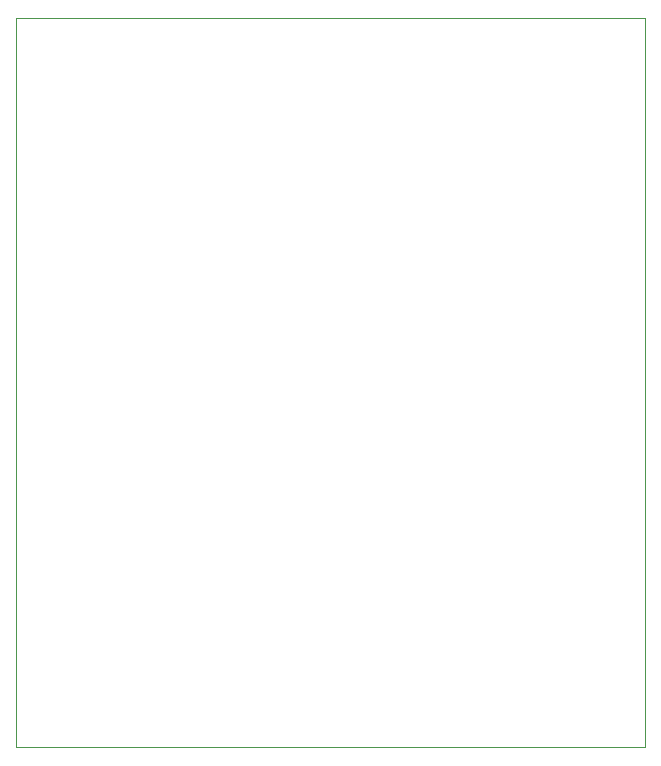
<source format=gbr>
%TF.GenerationSoftware,KiCad,Pcbnew,8.0.9-8.0.9-0~ubuntu20.04.1*%
%TF.CreationDate,2025-08-05T19:54:57+10:00*%
%TF.ProjectId,glowforge-psu-breakout,676c6f77-666f-4726-9765-2d7073752d62,rev?*%
%TF.SameCoordinates,Original*%
%TF.FileFunction,Profile,NP*%
%FSLAX46Y46*%
G04 Gerber Fmt 4.6, Leading zero omitted, Abs format (unit mm)*
G04 Created by KiCad (PCBNEW 8.0.9-8.0.9-0~ubuntu20.04.1) date 2025-08-05 19:54:57*
%MOMM*%
%LPD*%
G01*
G04 APERTURE LIST*
%TA.AperFunction,Profile*%
%ADD10C,0.050000*%
%TD*%
G04 APERTURE END LIST*
D10*
X134500000Y-63500000D02*
X187750000Y-63500000D01*
X187750000Y-125250000D01*
X134500000Y-125250000D01*
X134500000Y-63500000D01*
M02*

</source>
